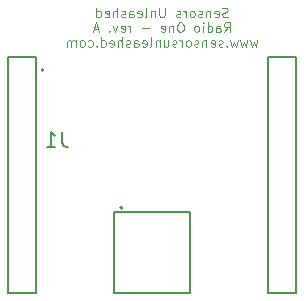
<source format=gbo>
G04 #@! TF.GenerationSoftware,KiCad,Pcbnew,no-vcs-found-0f0cb64~58~ubuntu16.10.1*
G04 #@! TF.CreationDate,2017-03-28T21:56:20+02:00*
G04 #@! TF.ProjectId,cc2538module,6363323533386D6F64756C652E6B6963,rev?*
G04 #@! TF.FileFunction,Legend,Bot*
G04 #@! TF.FilePolarity,Positive*
%FSLAX46Y46*%
G04 Gerber Fmt 4.6, Leading zero omitted, Abs format (unit mm)*
G04 Created by KiCad (PCBNEW no-vcs-found-0f0cb64~58~ubuntu16.10.1) date Tue Mar 28 21:56:20 2017*
%MOMM*%
%LPD*%
G01*
G04 APERTURE LIST*
%ADD10C,0.150000*%
%ADD11C,0.050000*%
%ADD12C,0.203200*%
G04 APERTURE END LIST*
D10*
D11*
X97010952Y-54673809D02*
X96896666Y-54711904D01*
X96706190Y-54711904D01*
X96630000Y-54673809D01*
X96591904Y-54635714D01*
X96553809Y-54559523D01*
X96553809Y-54483333D01*
X96591904Y-54407142D01*
X96630000Y-54369047D01*
X96706190Y-54330952D01*
X96858571Y-54292857D01*
X96934761Y-54254761D01*
X96972857Y-54216666D01*
X97010952Y-54140476D01*
X97010952Y-54064285D01*
X96972857Y-53988095D01*
X96934761Y-53950000D01*
X96858571Y-53911904D01*
X96668095Y-53911904D01*
X96553809Y-53950000D01*
X95906190Y-54673809D02*
X95982380Y-54711904D01*
X96134761Y-54711904D01*
X96210952Y-54673809D01*
X96249047Y-54597619D01*
X96249047Y-54292857D01*
X96210952Y-54216666D01*
X96134761Y-54178571D01*
X95982380Y-54178571D01*
X95906190Y-54216666D01*
X95868095Y-54292857D01*
X95868095Y-54369047D01*
X96249047Y-54445238D01*
X95525238Y-54178571D02*
X95525238Y-54711904D01*
X95525238Y-54254761D02*
X95487142Y-54216666D01*
X95410952Y-54178571D01*
X95296666Y-54178571D01*
X95220476Y-54216666D01*
X95182380Y-54292857D01*
X95182380Y-54711904D01*
X94839523Y-54673809D02*
X94763333Y-54711904D01*
X94610952Y-54711904D01*
X94534761Y-54673809D01*
X94496666Y-54597619D01*
X94496666Y-54559523D01*
X94534761Y-54483333D01*
X94610952Y-54445238D01*
X94725238Y-54445238D01*
X94801428Y-54407142D01*
X94839523Y-54330952D01*
X94839523Y-54292857D01*
X94801428Y-54216666D01*
X94725238Y-54178571D01*
X94610952Y-54178571D01*
X94534761Y-54216666D01*
X94039523Y-54711904D02*
X94115714Y-54673809D01*
X94153809Y-54635714D01*
X94191904Y-54559523D01*
X94191904Y-54330952D01*
X94153809Y-54254761D01*
X94115714Y-54216666D01*
X94039523Y-54178571D01*
X93925238Y-54178571D01*
X93849047Y-54216666D01*
X93810952Y-54254761D01*
X93772857Y-54330952D01*
X93772857Y-54559523D01*
X93810952Y-54635714D01*
X93849047Y-54673809D01*
X93925238Y-54711904D01*
X94039523Y-54711904D01*
X93430000Y-54711904D02*
X93430000Y-54178571D01*
X93430000Y-54330952D02*
X93391904Y-54254761D01*
X93353809Y-54216666D01*
X93277619Y-54178571D01*
X93201428Y-54178571D01*
X92972857Y-54673809D02*
X92896666Y-54711904D01*
X92744285Y-54711904D01*
X92668095Y-54673809D01*
X92630000Y-54597619D01*
X92630000Y-54559523D01*
X92668095Y-54483333D01*
X92744285Y-54445238D01*
X92858571Y-54445238D01*
X92934761Y-54407142D01*
X92972857Y-54330952D01*
X92972857Y-54292857D01*
X92934761Y-54216666D01*
X92858571Y-54178571D01*
X92744285Y-54178571D01*
X92668095Y-54216666D01*
X91677619Y-53911904D02*
X91677619Y-54559523D01*
X91639523Y-54635714D01*
X91601428Y-54673809D01*
X91525238Y-54711904D01*
X91372857Y-54711904D01*
X91296666Y-54673809D01*
X91258571Y-54635714D01*
X91220476Y-54559523D01*
X91220476Y-53911904D01*
X90839523Y-54178571D02*
X90839523Y-54711904D01*
X90839523Y-54254761D02*
X90801428Y-54216666D01*
X90725238Y-54178571D01*
X90610952Y-54178571D01*
X90534761Y-54216666D01*
X90496666Y-54292857D01*
X90496666Y-54711904D01*
X90001428Y-54711904D02*
X90077619Y-54673809D01*
X90115714Y-54597619D01*
X90115714Y-53911904D01*
X89391904Y-54673809D02*
X89468095Y-54711904D01*
X89620476Y-54711904D01*
X89696666Y-54673809D01*
X89734761Y-54597619D01*
X89734761Y-54292857D01*
X89696666Y-54216666D01*
X89620476Y-54178571D01*
X89468095Y-54178571D01*
X89391904Y-54216666D01*
X89353809Y-54292857D01*
X89353809Y-54369047D01*
X89734761Y-54445238D01*
X88668095Y-54711904D02*
X88668095Y-54292857D01*
X88706190Y-54216666D01*
X88782380Y-54178571D01*
X88934761Y-54178571D01*
X89010952Y-54216666D01*
X88668095Y-54673809D02*
X88744285Y-54711904D01*
X88934761Y-54711904D01*
X89010952Y-54673809D01*
X89049047Y-54597619D01*
X89049047Y-54521428D01*
X89010952Y-54445238D01*
X88934761Y-54407142D01*
X88744285Y-54407142D01*
X88668095Y-54369047D01*
X88325238Y-54673809D02*
X88249047Y-54711904D01*
X88096666Y-54711904D01*
X88020476Y-54673809D01*
X87982380Y-54597619D01*
X87982380Y-54559523D01*
X88020476Y-54483333D01*
X88096666Y-54445238D01*
X88210952Y-54445238D01*
X88287142Y-54407142D01*
X88325238Y-54330952D01*
X88325238Y-54292857D01*
X88287142Y-54216666D01*
X88210952Y-54178571D01*
X88096666Y-54178571D01*
X88020476Y-54216666D01*
X87639523Y-54711904D02*
X87639523Y-53911904D01*
X87296666Y-54711904D02*
X87296666Y-54292857D01*
X87334761Y-54216666D01*
X87410952Y-54178571D01*
X87525238Y-54178571D01*
X87601428Y-54216666D01*
X87639523Y-54254761D01*
X86610952Y-54673809D02*
X86687142Y-54711904D01*
X86839523Y-54711904D01*
X86915714Y-54673809D01*
X86953809Y-54597619D01*
X86953809Y-54292857D01*
X86915714Y-54216666D01*
X86839523Y-54178571D01*
X86687142Y-54178571D01*
X86610952Y-54216666D01*
X86572857Y-54292857D01*
X86572857Y-54369047D01*
X86953809Y-54445238D01*
X85887142Y-54711904D02*
X85887142Y-53911904D01*
X85887142Y-54673809D02*
X85963333Y-54711904D01*
X86115714Y-54711904D01*
X86191904Y-54673809D01*
X86230000Y-54635714D01*
X86268095Y-54559523D01*
X86268095Y-54330952D01*
X86230000Y-54254761D01*
X86191904Y-54216666D01*
X86115714Y-54178571D01*
X85963333Y-54178571D01*
X85887142Y-54216666D01*
X96725238Y-55961904D02*
X96991904Y-55580952D01*
X97182380Y-55961904D02*
X97182380Y-55161904D01*
X96877619Y-55161904D01*
X96801428Y-55200000D01*
X96763333Y-55238095D01*
X96725238Y-55314285D01*
X96725238Y-55428571D01*
X96763333Y-55504761D01*
X96801428Y-55542857D01*
X96877619Y-55580952D01*
X97182380Y-55580952D01*
X96039523Y-55961904D02*
X96039523Y-55542857D01*
X96077619Y-55466666D01*
X96153809Y-55428571D01*
X96306190Y-55428571D01*
X96382380Y-55466666D01*
X96039523Y-55923809D02*
X96115714Y-55961904D01*
X96306190Y-55961904D01*
X96382380Y-55923809D01*
X96420476Y-55847619D01*
X96420476Y-55771428D01*
X96382380Y-55695238D01*
X96306190Y-55657142D01*
X96115714Y-55657142D01*
X96039523Y-55619047D01*
X95315714Y-55961904D02*
X95315714Y-55161904D01*
X95315714Y-55923809D02*
X95391904Y-55961904D01*
X95544285Y-55961904D01*
X95620476Y-55923809D01*
X95658571Y-55885714D01*
X95696666Y-55809523D01*
X95696666Y-55580952D01*
X95658571Y-55504761D01*
X95620476Y-55466666D01*
X95544285Y-55428571D01*
X95391904Y-55428571D01*
X95315714Y-55466666D01*
X94934761Y-55961904D02*
X94934761Y-55428571D01*
X94934761Y-55161904D02*
X94972857Y-55200000D01*
X94934761Y-55238095D01*
X94896666Y-55200000D01*
X94934761Y-55161904D01*
X94934761Y-55238095D01*
X94439523Y-55961904D02*
X94515714Y-55923809D01*
X94553809Y-55885714D01*
X94591904Y-55809523D01*
X94591904Y-55580952D01*
X94553809Y-55504761D01*
X94515714Y-55466666D01*
X94439523Y-55428571D01*
X94325238Y-55428571D01*
X94249047Y-55466666D01*
X94210952Y-55504761D01*
X94172857Y-55580952D01*
X94172857Y-55809523D01*
X94210952Y-55885714D01*
X94249047Y-55923809D01*
X94325238Y-55961904D01*
X94439523Y-55961904D01*
X93068095Y-55161904D02*
X92915714Y-55161904D01*
X92839523Y-55200000D01*
X92763333Y-55276190D01*
X92725238Y-55428571D01*
X92725238Y-55695238D01*
X92763333Y-55847619D01*
X92839523Y-55923809D01*
X92915714Y-55961904D01*
X93068095Y-55961904D01*
X93144285Y-55923809D01*
X93220476Y-55847619D01*
X93258571Y-55695238D01*
X93258571Y-55428571D01*
X93220476Y-55276190D01*
X93144285Y-55200000D01*
X93068095Y-55161904D01*
X92382380Y-55428571D02*
X92382380Y-55961904D01*
X92382380Y-55504761D02*
X92344285Y-55466666D01*
X92268095Y-55428571D01*
X92153809Y-55428571D01*
X92077619Y-55466666D01*
X92039523Y-55542857D01*
X92039523Y-55961904D01*
X91353809Y-55923809D02*
X91430000Y-55961904D01*
X91582380Y-55961904D01*
X91658571Y-55923809D01*
X91696666Y-55847619D01*
X91696666Y-55542857D01*
X91658571Y-55466666D01*
X91582380Y-55428571D01*
X91430000Y-55428571D01*
X91353809Y-55466666D01*
X91315714Y-55542857D01*
X91315714Y-55619047D01*
X91696666Y-55695238D01*
X90363333Y-55657142D02*
X89753809Y-55657142D01*
X88763333Y-55961904D02*
X88763333Y-55428571D01*
X88763333Y-55580952D02*
X88725238Y-55504761D01*
X88687142Y-55466666D01*
X88610952Y-55428571D01*
X88534761Y-55428571D01*
X87963333Y-55923809D02*
X88039523Y-55961904D01*
X88191904Y-55961904D01*
X88268095Y-55923809D01*
X88306190Y-55847619D01*
X88306190Y-55542857D01*
X88268095Y-55466666D01*
X88191904Y-55428571D01*
X88039523Y-55428571D01*
X87963333Y-55466666D01*
X87925238Y-55542857D01*
X87925238Y-55619047D01*
X88306190Y-55695238D01*
X87658571Y-55428571D02*
X87468095Y-55961904D01*
X87277619Y-55428571D01*
X86972857Y-55885714D02*
X86934761Y-55923809D01*
X86972857Y-55961904D01*
X87010952Y-55923809D01*
X86972857Y-55885714D01*
X86972857Y-55961904D01*
X86020476Y-55733333D02*
X85639523Y-55733333D01*
X86096666Y-55961904D02*
X85830000Y-55161904D01*
X85563333Y-55961904D01*
X99506190Y-56678571D02*
X99353809Y-57211904D01*
X99201428Y-56830952D01*
X99049047Y-57211904D01*
X98896666Y-56678571D01*
X98668095Y-56678571D02*
X98515714Y-57211904D01*
X98363333Y-56830952D01*
X98210952Y-57211904D01*
X98058571Y-56678571D01*
X97830000Y-56678571D02*
X97677619Y-57211904D01*
X97525238Y-56830952D01*
X97372857Y-57211904D01*
X97220476Y-56678571D01*
X96915714Y-57135714D02*
X96877619Y-57173809D01*
X96915714Y-57211904D01*
X96953809Y-57173809D01*
X96915714Y-57135714D01*
X96915714Y-57211904D01*
X96572857Y-57173809D02*
X96496666Y-57211904D01*
X96344285Y-57211904D01*
X96268095Y-57173809D01*
X96230000Y-57097619D01*
X96230000Y-57059523D01*
X96268095Y-56983333D01*
X96344285Y-56945238D01*
X96458571Y-56945238D01*
X96534761Y-56907142D01*
X96572857Y-56830952D01*
X96572857Y-56792857D01*
X96534761Y-56716666D01*
X96458571Y-56678571D01*
X96344285Y-56678571D01*
X96268095Y-56716666D01*
X95582380Y-57173809D02*
X95658571Y-57211904D01*
X95810952Y-57211904D01*
X95887142Y-57173809D01*
X95925238Y-57097619D01*
X95925238Y-56792857D01*
X95887142Y-56716666D01*
X95810952Y-56678571D01*
X95658571Y-56678571D01*
X95582380Y-56716666D01*
X95544285Y-56792857D01*
X95544285Y-56869047D01*
X95925238Y-56945238D01*
X95201428Y-56678571D02*
X95201428Y-57211904D01*
X95201428Y-56754761D02*
X95163333Y-56716666D01*
X95087142Y-56678571D01*
X94972857Y-56678571D01*
X94896666Y-56716666D01*
X94858571Y-56792857D01*
X94858571Y-57211904D01*
X94515714Y-57173809D02*
X94439523Y-57211904D01*
X94287142Y-57211904D01*
X94210952Y-57173809D01*
X94172857Y-57097619D01*
X94172857Y-57059523D01*
X94210952Y-56983333D01*
X94287142Y-56945238D01*
X94401428Y-56945238D01*
X94477619Y-56907142D01*
X94515714Y-56830952D01*
X94515714Y-56792857D01*
X94477619Y-56716666D01*
X94401428Y-56678571D01*
X94287142Y-56678571D01*
X94210952Y-56716666D01*
X93715714Y-57211904D02*
X93791904Y-57173809D01*
X93830000Y-57135714D01*
X93868095Y-57059523D01*
X93868095Y-56830952D01*
X93830000Y-56754761D01*
X93791904Y-56716666D01*
X93715714Y-56678571D01*
X93601428Y-56678571D01*
X93525238Y-56716666D01*
X93487142Y-56754761D01*
X93449047Y-56830952D01*
X93449047Y-57059523D01*
X93487142Y-57135714D01*
X93525238Y-57173809D01*
X93601428Y-57211904D01*
X93715714Y-57211904D01*
X93106190Y-57211904D02*
X93106190Y-56678571D01*
X93106190Y-56830952D02*
X93068095Y-56754761D01*
X93030000Y-56716666D01*
X92953809Y-56678571D01*
X92877619Y-56678571D01*
X92649047Y-57173809D02*
X92572857Y-57211904D01*
X92420476Y-57211904D01*
X92344285Y-57173809D01*
X92306190Y-57097619D01*
X92306190Y-57059523D01*
X92344285Y-56983333D01*
X92420476Y-56945238D01*
X92534761Y-56945238D01*
X92610952Y-56907142D01*
X92649047Y-56830952D01*
X92649047Y-56792857D01*
X92610952Y-56716666D01*
X92534761Y-56678571D01*
X92420476Y-56678571D01*
X92344285Y-56716666D01*
X91620476Y-56678571D02*
X91620476Y-57211904D01*
X91963333Y-56678571D02*
X91963333Y-57097619D01*
X91925238Y-57173809D01*
X91849047Y-57211904D01*
X91734761Y-57211904D01*
X91658571Y-57173809D01*
X91620476Y-57135714D01*
X91239523Y-56678571D02*
X91239523Y-57211904D01*
X91239523Y-56754761D02*
X91201428Y-56716666D01*
X91125238Y-56678571D01*
X91010952Y-56678571D01*
X90934761Y-56716666D01*
X90896666Y-56792857D01*
X90896666Y-57211904D01*
X90401428Y-57211904D02*
X90477619Y-57173809D01*
X90515714Y-57097619D01*
X90515714Y-56411904D01*
X89791904Y-57173809D02*
X89868095Y-57211904D01*
X90020476Y-57211904D01*
X90096666Y-57173809D01*
X90134761Y-57097619D01*
X90134761Y-56792857D01*
X90096666Y-56716666D01*
X90020476Y-56678571D01*
X89868095Y-56678571D01*
X89791904Y-56716666D01*
X89753809Y-56792857D01*
X89753809Y-56869047D01*
X90134761Y-56945238D01*
X89068095Y-57211904D02*
X89068095Y-56792857D01*
X89106190Y-56716666D01*
X89182380Y-56678571D01*
X89334761Y-56678571D01*
X89410952Y-56716666D01*
X89068095Y-57173809D02*
X89144285Y-57211904D01*
X89334761Y-57211904D01*
X89410952Y-57173809D01*
X89449047Y-57097619D01*
X89449047Y-57021428D01*
X89410952Y-56945238D01*
X89334761Y-56907142D01*
X89144285Y-56907142D01*
X89068095Y-56869047D01*
X88725238Y-57173809D02*
X88649047Y-57211904D01*
X88496666Y-57211904D01*
X88420476Y-57173809D01*
X88382380Y-57097619D01*
X88382380Y-57059523D01*
X88420476Y-56983333D01*
X88496666Y-56945238D01*
X88610952Y-56945238D01*
X88687142Y-56907142D01*
X88725238Y-56830952D01*
X88725238Y-56792857D01*
X88687142Y-56716666D01*
X88610952Y-56678571D01*
X88496666Y-56678571D01*
X88420476Y-56716666D01*
X88039523Y-57211904D02*
X88039523Y-56411904D01*
X87696666Y-57211904D02*
X87696666Y-56792857D01*
X87734761Y-56716666D01*
X87810952Y-56678571D01*
X87925238Y-56678571D01*
X88001428Y-56716666D01*
X88039523Y-56754761D01*
X87010952Y-57173809D02*
X87087142Y-57211904D01*
X87239523Y-57211904D01*
X87315714Y-57173809D01*
X87353809Y-57097619D01*
X87353809Y-56792857D01*
X87315714Y-56716666D01*
X87239523Y-56678571D01*
X87087142Y-56678571D01*
X87010952Y-56716666D01*
X86972857Y-56792857D01*
X86972857Y-56869047D01*
X87353809Y-56945238D01*
X86287142Y-57211904D02*
X86287142Y-56411904D01*
X86287142Y-57173809D02*
X86363333Y-57211904D01*
X86515714Y-57211904D01*
X86591904Y-57173809D01*
X86630000Y-57135714D01*
X86668095Y-57059523D01*
X86668095Y-56830952D01*
X86630000Y-56754761D01*
X86591904Y-56716666D01*
X86515714Y-56678571D01*
X86363333Y-56678571D01*
X86287142Y-56716666D01*
X85906190Y-57135714D02*
X85868095Y-57173809D01*
X85906190Y-57211904D01*
X85944285Y-57173809D01*
X85906190Y-57135714D01*
X85906190Y-57211904D01*
X85182380Y-57173809D02*
X85258571Y-57211904D01*
X85410952Y-57211904D01*
X85487142Y-57173809D01*
X85525238Y-57135714D01*
X85563333Y-57059523D01*
X85563333Y-56830952D01*
X85525238Y-56754761D01*
X85487142Y-56716666D01*
X85410952Y-56678571D01*
X85258571Y-56678571D01*
X85182380Y-56716666D01*
X84725238Y-57211904D02*
X84801428Y-57173809D01*
X84839523Y-57135714D01*
X84877619Y-57059523D01*
X84877619Y-56830952D01*
X84839523Y-56754761D01*
X84801428Y-56716666D01*
X84725238Y-56678571D01*
X84610952Y-56678571D01*
X84534761Y-56716666D01*
X84496666Y-56754761D01*
X84458571Y-56830952D01*
X84458571Y-57059523D01*
X84496666Y-57135714D01*
X84534761Y-57173809D01*
X84610952Y-57211904D01*
X84725238Y-57211904D01*
X84115714Y-57211904D02*
X84115714Y-56678571D01*
X84115714Y-56754761D02*
X84077619Y-56716666D01*
X84001428Y-56678571D01*
X83887142Y-56678571D01*
X83810952Y-56716666D01*
X83772857Y-56792857D01*
X83772857Y-57211904D01*
X83772857Y-56792857D02*
X83734761Y-56716666D01*
X83658571Y-56678571D01*
X83544285Y-56678571D01*
X83468095Y-56716666D01*
X83430000Y-56792857D01*
X83430000Y-57211904D01*
D10*
X102808680Y-78056080D02*
X102808680Y-58056080D01*
X100408680Y-58056080D02*
X100408680Y-78056080D01*
X78408680Y-78041487D02*
X78408680Y-58056080D01*
X80808680Y-58056080D02*
X80808680Y-78041533D01*
X100408680Y-78056080D02*
X102608680Y-78056080D01*
X102608680Y-78056080D02*
X102808680Y-78056080D01*
X102808680Y-58056080D02*
X100408680Y-58056080D01*
X80808680Y-58056080D02*
X78408680Y-58056080D01*
X78408680Y-78056080D02*
X80808680Y-78056080D01*
X93774057Y-78061502D02*
X87372157Y-78061502D01*
X87372358Y-78061502D02*
X87372358Y-71203502D01*
X87372358Y-71203502D02*
X93773158Y-71203502D01*
X93773158Y-71203502D02*
X93773158Y-78061549D01*
X93773158Y-78010702D02*
X93773158Y-78010702D01*
X81401355Y-59174824D02*
G75*
G03X81401355Y-59174824I-91581J0D01*
G01*
X88079555Y-70846024D02*
G75*
G03X88079555Y-70846024I-91581J0D01*
G01*
D12*
X82953013Y-64409803D02*
X82953013Y-65316946D01*
X83013489Y-65498375D01*
X83134441Y-65619327D01*
X83315870Y-65679803D01*
X83436822Y-65679803D01*
X81683013Y-65679803D02*
X82408727Y-65679803D01*
X82045870Y-65679803D02*
X82045870Y-64409803D01*
X82166822Y-64591232D01*
X82287775Y-64712184D01*
X82408727Y-64772660D01*
M02*

</source>
